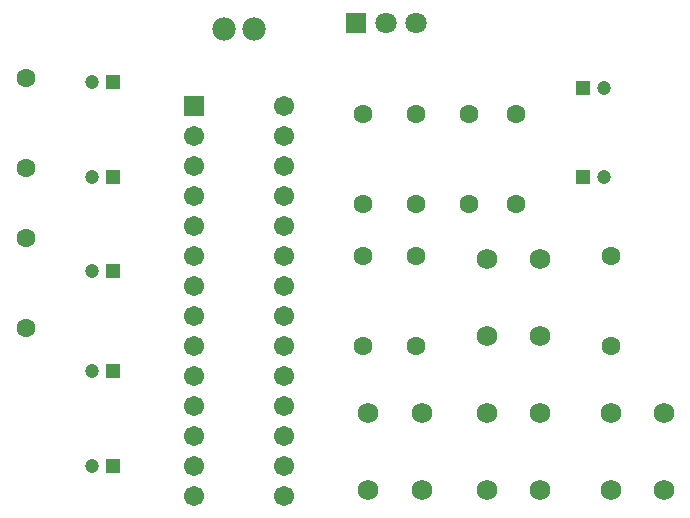
<source format=gts>
G04 Layer_Color=20142*
%FSLAX25Y25*%
%MOIN*%
G70*
G01*
G75*
%ADD25R,0.07099X0.07099*%
%ADD26C,0.07099*%
%ADD27C,0.06312*%
%ADD28C,0.06800*%
%ADD29C,0.07800*%
%ADD30C,0.06706*%
%ADD31R,0.06706X0.06706*%
%ADD32C,0.04737*%
%ADD33R,0.04737X0.04737*%
D25*
X314803Y360236D02*
D03*
D26*
X324803D02*
D03*
X334803D02*
D03*
D27*
X334646Y299961D02*
D03*
Y329961D02*
D03*
X316929Y252717D02*
D03*
Y282717D02*
D03*
X204724Y288622D02*
D03*
Y258622D02*
D03*
X368110Y299961D02*
D03*
Y329961D02*
D03*
X352362Y299961D02*
D03*
Y329961D02*
D03*
X399606Y252717D02*
D03*
Y282717D02*
D03*
X334646D02*
D03*
Y252717D02*
D03*
X316929Y329961D02*
D03*
Y299961D02*
D03*
X204724Y341772D02*
D03*
Y311772D02*
D03*
D28*
X417323Y204724D02*
D03*
Y230315D02*
D03*
X399606Y204724D02*
D03*
Y230315D02*
D03*
X336614Y204724D02*
D03*
Y230315D02*
D03*
X318898Y204724D02*
D03*
Y230315D02*
D03*
X375984Y204724D02*
D03*
Y230315D02*
D03*
X358268Y204724D02*
D03*
Y230315D02*
D03*
X375984Y255905D02*
D03*
Y281496D02*
D03*
X358268Y255905D02*
D03*
Y281496D02*
D03*
D29*
X270591Y358268D02*
D03*
X280591D02*
D03*
D30*
X290591Y202717D02*
D03*
Y212717D02*
D03*
Y222717D02*
D03*
Y232717D02*
D03*
Y242717D02*
D03*
Y252717D02*
D03*
Y262717D02*
D03*
Y272717D02*
D03*
Y282717D02*
D03*
Y292717D02*
D03*
Y302717D02*
D03*
Y312717D02*
D03*
Y322717D02*
D03*
Y332717D02*
D03*
X260591Y202717D02*
D03*
Y212717D02*
D03*
Y222717D02*
D03*
Y232717D02*
D03*
Y242717D02*
D03*
Y252717D02*
D03*
Y262717D02*
D03*
Y272717D02*
D03*
Y282717D02*
D03*
Y292717D02*
D03*
Y302717D02*
D03*
Y312717D02*
D03*
Y322717D02*
D03*
D31*
Y332717D02*
D03*
D32*
X226752Y340551D02*
D03*
Y212598D02*
D03*
Y244094D02*
D03*
Y277559D02*
D03*
Y309055D02*
D03*
X397264Y338583D02*
D03*
Y309055D02*
D03*
D33*
X233752Y340551D02*
D03*
Y212598D02*
D03*
Y244094D02*
D03*
Y277559D02*
D03*
Y309055D02*
D03*
X390264Y338583D02*
D03*
Y309055D02*
D03*
M02*

</source>
